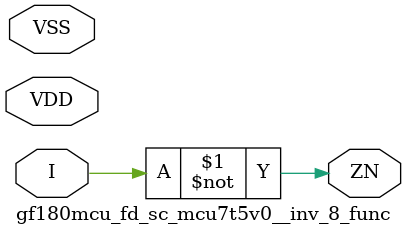
<source format=v>

module gf180mcu_fd_sc_mcu7t5v0__inv_8_func( I, ZN, VDD, VSS );
input I;
inout VDD, VSS;
output ZN;

	not MGM_BG_0( ZN, I );

endmodule

</source>
